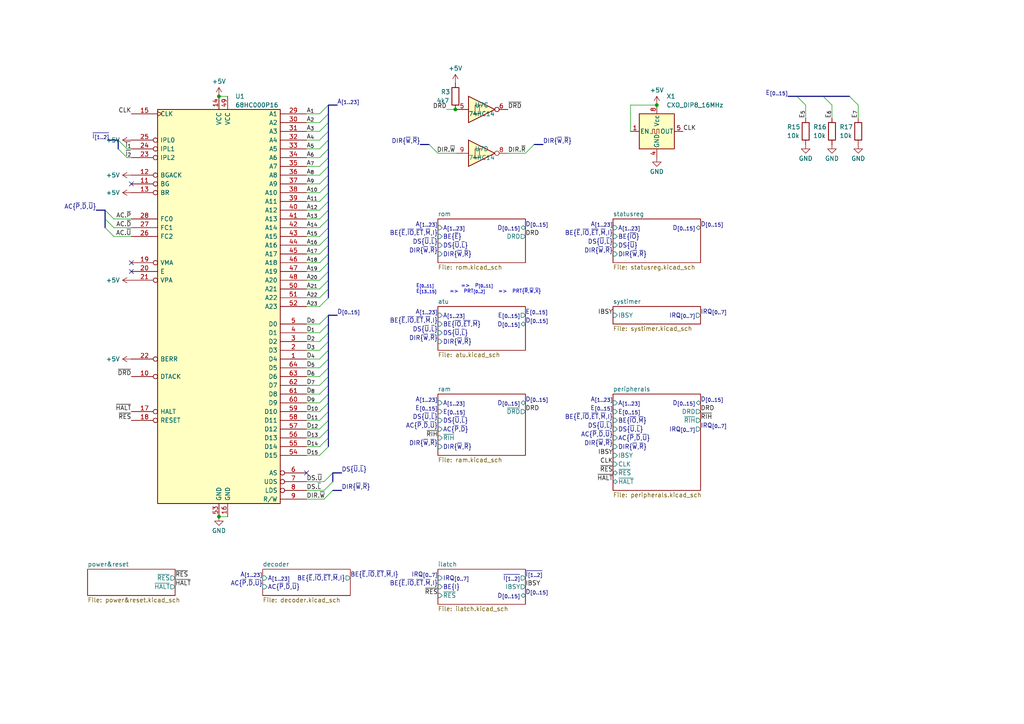
<source format=kicad_sch>
(kicad_sch (version 20250114) (generator "eeschema") (generator_version "9.0")
  (paper "A4")
  (lib_symbols
    (symbol "74xx:74HC14" (pin_names (offset 1.016))
      (property "Reference" "U" (at 0 1.27 0))
      (property "Value" "74HC14" (at 0 -1.27 0))
      (symbol "74HC14_1_0"
        (pin input line (at -7.62 0 0) (length 3.81) (name "~") (number "1"))
        (pin output inverted (at 7.62 0 180) (length 3.81) (name "~") (number "2"))
      )
      (symbol "74HC14_2_0"
        (pin input line (at -7.62 0 0) (length 3.81) (name "~") (number "3"))
        (pin output inverted (at 7.62 0 180) (length 3.81) (name "~") (number "4"))
      )
      (symbol "74HC14_3_0"
        (pin input line (at -7.62 0 0) (length 3.81) (name "~") (number "5"))
        (pin output inverted (at 7.62 0 180) (length 3.81) (name "~") (number "6"))
      )
      (symbol "74HC14_4_0"
        (pin input line (at -7.62 0 0) (length 3.81) (name "~") (number "9"))
        (pin output inverted (at 7.62 0 180) (length 3.81) (name "~") (number "8"))
      )
      (symbol "74HC14_5_0"
        (pin input line (at -7.62 0 0) (length 3.81) (name "~") (number "11"))
        (pin output inverted (at 7.62 0 180) (length 3.81) (name "~") (number "10"))
      )
      (symbol "74HC14_6_0"
        (pin input line (at -7.62 0 0) (length 3.81) (name "~") (number "13"))
        (pin output inverted (at 7.62 0 180) (length 3.81) (name "~") (number "12"))
      )
      (symbol "74HC14_7_0"
        (pin power_in line (at 0 12.7 270) (length 5.08) (name "VCC") (number "14"))
        (pin power_in line (at 0 -12.7 90) (length 5.08) (name "GND") (number "7"))
      )
    )
    (symbol "74xx:74LS05" (pin_names (offset 1.016))
      (property "Reference" "U" (at 0 1.27 0))
      (property "Value" "74LS05" (at 0 -1.27 0))
      (symbol "74LS05_1_0"
        (pin input line (at -7.62 0 0) (length 3.81) (name "~") (number "1"))
        (pin open_collector inverted (at 7.62 0 180) (length 3.81) (name "~") (number "2"))
      )
      (symbol "74LS05_2_0"
        (pin input line (at -7.62 0 0) (length 3.81) (name "~") (number "3"))
        (pin open_collector inverted (at 7.62 0 180) (length 3.81) (name "~") (number "4"))
      )
      (symbol "74LS05_3_0"
        (pin input line (at -7.62 0 0) (length 3.81) (name "~") (number "5"))
        (pin open_collector inverted (at 7.62 0 180) (length 3.81) (name "~") (number "6"))
      )
      (symbol "74LS05_4_0"
        (pin input line (at -7.62 0 0) (length 3.81) (name "~") (number "9"))
        (pin open_collector inverted (at 7.62 0 180) (length 3.81) (name "~") (number "8"))
      )
      (symbol "74LS05_5_0"
        (pin input line (at -7.62 0 0) (length 3.81) (name "~") (number "11"))
        (pin open_collector inverted (at 7.62 0 180) (length 3.81) (name "~") (number "10"))
      )
      (symbol "74LS05_6_0"
        (pin input line (at -7.62 0 0) (length 3.81) (name "~") (number "13"))
        (pin open_collector inverted (at 7.62 0 180) (length 3.81) (name "~") (number "12"))
      )
      (symbol "74LS05_7_0"
        (pin power_in line (at 0 12.7 270) (length 5.08) (name "VCC") (number "14"))
        (pin power_in line (at 0 -12.7 90) (length 5.08) (name "GND") (number "7"))
      )
    )
    (symbol "74xx:74LS08" (pin_names (offset 1.016))
      (property "Reference" "U" (at 0 1.27 0))
      (property "Value" "74LS08" (at 0 -1.27 0))
      (symbol "74LS08_1_1"
        (pin input line (at -7.62 2.54 0) (length 3.81) (name "~") (number "1"))
        (pin input line (at -7.62 -2.54 0) (length 3.81) (name "~") (number "2"))
        (pin output line (at 7.62 0 180) (length 3.81) (name "~") (number "3"))
      )
      (symbol "74LS08_1_2"
        (pin input inverted (at -7.62 2.54 0) (length 4.318) (name "~") (number "1"))
        (pin input inverted (at -7.62 -2.54 0) (length 4.318) (name "~") (number "2"))
        (pin output inverted (at 7.62 0 180) (length 3.81) (name "~") (number "3"))
      )
      (symbol "74LS08_2_1"
        (pin input line (at -7.62 2.54 0) (length 3.81) (name "~") (number "4"))
        (pin input line (at -7.62 -2.54 0) (length 3.81) (name "~") (number "5"))
        (pin output line (at 7.62 0 180) (length 3.81) (name "~") (number "6"))
      )
      (symbol "74LS08_2_2"
        (pin input inverted (at -7.62 2.54 0) (length 4.318) (name "~") (number "4"))
        (pin input inverted (at -7.62 -2.54 0) (length 4.318) (name "~") (number "5"))
        (pin output inverted (at 7.62 0 180) (length 3.81) (name "~") (number "6"))
      )
      (symbol "74LS08_3_1"
        (pin input line (at -7.62 2.54 0) (length 3.81) (name "~") (number "9"))
        (pin input line (at -7.62 -2.54 0) (length 3.81) (name "~") (number "10"))
        (pin output line (at 7.62 0 180) (length 3.81) (name "~") (number "8"))
      )
      (symbol "74LS08_3_2"
        (pin input inverted (at -7.62 2.54 0) (length 4.318) (name "~") (number "9"))
        (pin input inverted (at -7.62 -2.54 0) (length 4.318) (name "~") (number "10"))
        (pin output inverted (at 7.62 0 180) (length 3.81) (name "~") (number "8"))
      )
      (symbol "74LS08_4_1"
        (pin input line (at -7.62 2.54 0) (length 3.81) (name "~") (number "12"))
        (pin input line (at -7.62 -2.54 0) (length 3.81) (name "~") (number "13"))
        (pin output line (at 7.62 0 180) (length 3.81) (name "~") (number "11"))
      )
      (symbol "74LS08_4_2"
        (pin input inverted (at -7.62 2.54 0) (length 4.318) (name "~") (number "12"))
        (pin input inverted (at -7.62 -2.54 0) (length 4.318) (name "~") (number "13"))
        (pin output inverted (at 7.62 0 180) (length 3.81) (name "~") (number "11"))
      )
      (symbol "74LS08_5_0"
        (pin power_in line (at 0 12.7 270) (length 5.08) (name "VCC") (number "14"))
        (pin power_in line (at 0 -12.7 90) (length 5.08) (name "GND") (number "7"))
      )
    )
    (symbol "74xx:74LS32" (pin_names (offset 1.016))
      (property "Reference" "U" (at 0 1.27 0))
      (property "Value" "74LS32" (at 0 -1.27 0))
      (symbol "74LS32_1_1"
        (pin input line (at -7.62 2.54 0) (length 4.318) (name "~") (number "1"))
        (pin input line (at -7.62 -2.54 0) (length 4.318) (name "~") (number "2"))
        (pin output line (at 7.62 0 180) (length 3.81) (name "~") (number "3"))
      )
      (symbol "74LS32_1_2"
        (pin input inverted (at -7.62 2.54 0) (length 3.81) (name "~") (number "1"))
        (pin input inverted (at -7.62 -2.54 0) (length 3.81) (name "~") (number "2"))
        (pin output inverted (at 7.62 0 180) (length 3.81) (name "~") (number "3"))
      )
      (symbol "74LS32_2_1"
        (pin input line (at -7.62 2.54 0) (length 4.318) (name "~") (number "4"))
        (pin input line (at -7.62 -2.54 0) (length 4.318) (name "~") (number "5"))
        (pin output line (at 7.62 0 180) (length 3.81) (name "~") (number "6"))
      )
      (symbol "74LS32_2_2"
        (pin input inverted (at -7.62 2.54 0) (length 3.81) (name "~") (number "4"))
        (pin input inverted (at -7.62 -2.54 0) (length 3.81) (name "~") (number "5"))
        (pin output inverted (at 7.62 0 180) (length 3.81) (name "~") (number "6"))
      )
      (symbol "74LS32_3_1"
        (pin input line (at -7.62 2.54 0) (length 4.318) (name "~") (number "9"))
        (pin input line (at -7.62 -2.54 0) (length 4.318) (name "~") (number "10"))
        (pin output line (at 7.62 0 180) (length 3.81) (name "~") (number "8"))
      )
      (symbol "74LS32_3_2"
        (pin input inverted (at -7.62 2.54 0) (length 3.81) (name "~") (number "9"))
        (pin input inverted (at -7.62 -2.54 0) (length 3.81) (name "~") (number "10"))
        (pin output inverted (at 7.62 0 180) (length 3.81) (name "~") (number "8"))
      )
      (symbol "74LS32_4_1"
        (pin input line (at -7.62 2.54 0) (length 4.318) (name "~") (number "12"))
        (pin input line (at -7.62 -2.54 0) (length 4.318) (name "~") (number "13"))
        (pin output line (at 7.62 0 180) (length 3.81) (name "~") (number "11"))
      )
      (symbol "74LS32_4_2"
        (pin input inverted (at -7.62 2.54 0) (length 3.81) (name "~") (number "12"))
        (pin input inverted (at -7.62 -2.54 0) (length 3.81) (name "~") (number "13"))
        (pin output inverted (at 7.62 0 180) (length 3.81) (name "~") (number "11"))
      )
      (symbol "74LS32_5_0"
        (pin power_in line (at 0 12.7 270) (length 5.08) (name "VCC") (number "14"))
        (pin power_in line (at 0 -12.7 90) (length 5.08) (name "GND") (number "7"))
      )
    )
    (symbol "CPU_NXP_68000:68000D" (pin_names (offset 0.762))
      (property "Reference" "U" (at 0 2.54 0))
      (property "Value" "68000D" (at 0 -3.81 0))
      (symbol "68000D_1_1"
        (pin input clock (at -25.4 55.88 0) (length 7.62) (name "CLK") (number "15"))
        (pin input inverted (at -25.4 48.26 0) (length 7.62) (name "IPL0") (number "25"))
        (pin input inverted (at -25.4 45.72 0) (length 7.62) (name "IPL1") (number "24"))
        (pin input inverted (at -25.4 43.18 0) (length 7.62) (name "IPL2") (number "23"))
        (pin input inverted (at -25.4 38.1 0) (length 7.62) (name "BGACK") (number "12"))
        (pin output inverted (at -25.4 35.56 0) (length 7.62) (name "BG") (number "11"))
        (pin input inverted (at -25.4 33.02 0) (length 7.62) (name "BR") (number "13"))
        (pin output line (at -25.4 25.4 0) (length 7.62) (name "FC0") (number "28"))
        (pin output line (at -25.4 22.86 0) (length 7.62) (name "FC1") (number "27"))
        (pin output line (at -25.4 20.32 0) (length 7.62) (name "FC2") (number "26"))
        (pin output inverted (at -25.4 12.7 0) (length 7.62) (name "VMA") (number "19"))
        (pin output line (at -25.4 10.16 0) (length 7.62) (name "E") (number "20"))
        (pin input inverted (at -25.4 7.62 0) (length 7.62) (name "VPA") (number "21"))
        (pin input inverted (at -25.4 -15.24 0) (length 7.62) (name "BERR") (number "22"))
        (pin input inverted (at -25.4 -20.32 0) (length 7.62) (name "DTACK") (number "10"))
        (pin bidirectional inverted (at -25.4 -30.48 0) (length 7.62) (name "HALT") (number "17"))
        (pin bidirectional inverted (at -25.4 -33.02 0) (length 7.62) (name "RESET") (number "18"))
        (pin power_in line (at 0 60.96 270) (length 3.81) (name "VCC") (number "14"))
        (pin power_in line (at 0 -60.96 90) (length 3.81) (name "GND") (number "53"))
        (pin power_in line (at 2.54 60.96 270) (length 3.81) (name "VCC") (number "49"))
        (pin power_in line (at 2.54 -60.96 90) (length 3.81) (name "GND") (number "16"))
        (pin output line (at 25.4 55.88 180) (length 7.62) (name "A1") (number "29"))
        (pin output line (at 25.4 53.34 180) (length 7.62) (name "A2") (number "30"))
        (pin output line (at 25.4 50.8 180) (length 7.62) (name "A3") (number "31"))
        (pin output line (at 25.4 48.26 180) (length 7.62) (name "A4") (number "32"))
        (pin output line (at 25.4 45.72 180) (length 7.62) (name "A5") (number "33"))
        (pin output line (at 25.4 43.18 180) (length 7.62) (name "A6") (number "34"))
        (pin output line (at 25.4 40.64 180) (length 7.62) (name "A7") (number "35"))
        (pin output line (at 25.4 38.1 180) (length 7.62) (name "A8") (number "36"))
        (pin output line (at 25.4 35.56 180) (length 7.62) (name "A9") (number "37"))
        (pin output line (at 25.4 33.02 180) (length 7.62) (name "A10") (number "38"))
        (pin output line (at 25.4 30.48 180) (length 7.62) (name "A11") (number "39"))
        (pin output line (at 25.4 27.94 180) (length 7.62) (name "A12") (number "40"))
        (pin output line (at 25.4 25.4 180) (length 7.62) (name "A13") (number "41"))
        (pin output line (at 25.4 22.86 180) (length 7.62) (name "A14") (number "42"))
        (pin output line (at 25.4 20.32 180) (length 7.62) (name "A15") (number "43"))
        (pin output line (at 25.4 17.78 180) (length 7.62) (name "A16") (number "44"))
        (pin output line (at 25.4 15.24 180) (length 7.62) (name "A17") (number "45"))
        (pin output line (at 25.4 12.7 180) (length 7.62) (name "A18") (number "46"))
        (pin output line (at 25.4 10.16 180) (length 7.62) (name "A19") (number "47"))
        (pin output line (at 25.4 7.62 180) (length 7.62) (name "A20") (number "48"))
        (pin output line (at 25.4 5.08 180) (length 7.62) (name "A21") (number "50"))
        (pin output line (at 25.4 2.54 180) (length 7.62) (name "A22") (number "51"))
        (pin output line (at 25.4 0 180) (length 7.62) (name "A23") (number "52"))
        (pin bidirectional line (at 25.4 -5.08 180) (length 7.62) (name "D0") (number "5"))
        (pin bidirectional line (at 25.4 -7.62 180) (length 7.62) (name "D1") (number "4"))
        (pin bidirectional line (at 25.4 -10.16 180) (length 7.62) (name "D2") (number "3"))
        (pin bidirectional line (at 25.4 -12.7 180) (length 7.62) (name "D3") (number "2"))
        (pin bidirectional line (at 25.4 -15.24 180) (length 7.62) (name "D4") (number "1"))
        (pin bidirectional line (at 25.4 -17.78 180) (length 7.62) (name "D5") (number "64"))
        (pin bidirectional line (at 25.4 -20.32 180) (length 7.62) (name "D6") (number "63"))
        (pin bidirectional line (at 25.4 -22.86 180) (length 7.62) (name "D7") (number "62"))
        (pin bidirectional line (at 25.4 -25.4 180) (length 7.62) (name "D8") (number "61"))
        (pin bidirectional line (at 25.4 -27.94 180) (length 7.62) (name "D9") (number "60"))
        (pin bidirectional line (at 25.4 -30.48 180) (length 7.62) (name "D10") (number "59"))
        (pin bidirectional line (at 25.4 -33.02 180) (length 7.62) (name "D11") (number "58"))
        (pin bidirectional line (at 25.4 -35.56 180) (length 7.62) (name "D12") (number "57"))
        (pin bidirectional line (at 25.4 -38.1 180) (length 7.62) (name "D13") (number "56"))
        (pin bidirectional line (at 25.4 -40.64 180) (length 7.62) (name "D14") (number "55"))
        (pin bidirectional line (at 25.4 -43.18 180) (length 7.62) (name "D15") (number "54"))
        (pin output inverted (at 25.4 -48.26 180) (length 7.62) (name "AS") (number "6"))
        (pin output inverted (at 25.4 -50.8 180) (length 7.62) (name "UDS") (number "7"))
        (pin output inverted (at 25.4 -53.34 180) (length 7.62) (name "LDS") (number "8"))
        (pin output line (at 25.4 -55.88 180) (length 7.62) (name "R/W") (number "9"))
      )
    )
    (symbol "Device:R" (pin_numbers (hide yes)) (pin_names (offset 0))
      (property "Reference" "R" (at 2.032 0 90))
      (property "Value" "R" (at 0 0 90))
      (symbol "R_1_1"
        (pin passive line (at 0 3.81 270) (length 1.27) (name "~") (number "1"))
        (pin passive line (at 0 -3.81 90) (length 1.27) (name "~") (number "2"))
      )
    )
    (symbol "Oscillator:CXO_DIP8" (pin_names (offset 0.254))
      (property "Reference" "X" (at -5.08 6.35 0))
      (property "Value" "CXO_DIP8" (at 1.27 -6.35 0))
      (symbol "CXO_DIP8_1_1"
        (pin input line (at -7.62 0 0) (length 2.54) (name "EN") (number "1"))
        (pin power_in line (at 0 7.62 270) (length 2.54) (name "Vcc") (number "8"))
        (pin power_in line (at 0 -7.62 90) (length 2.54) (name "GND") (number "4"))
        (pin output line (at 7.62 0 180) (length 2.54) (name "OUT") (number "5"))
      )
    )
    (symbol "power:+9V" (power) (pin_numbers (hide yes)) (pin_names (offset 0) (hide yes))
      (property "Value" "+9V" (at 0 3.556 0))
      (symbol "+9V_1_1"
        (pin power_in line (at 0 0 90) (length 0) (name "~") (number "1"))
      )
    )
    (symbol "power:GND" (power) (pin_numbers (hide yes)) (pin_names (offset 0) (hide yes))
      (property "Value" "GND" (at 0 -3.81 0))
      (symbol "GND_1_1"
        (pin power_in line (at 0 0 270) (length 0) (name "~") (number "1"))
      )
    )
  )
  (text "E_{[0..11]}		=>	P_{[0..11]}\nE_{[13..15]}	=>	PRT_{[0..2]}	=>	PRT{~{R},~{W},~{X}}" (at 120.65 83.82 0) (effects (font (size 1.016 1.016)) (justify left)))
  (junction (at 63.5 149.86))
  (junction (at 63.5 27.94))
  (junction (at 322.58 76.2))
  (junction (at 132.08 31.75))
  (junction (at 190.5 30.48))
  (junction (at 322.58 83.82))
  (no_connect (at 88.9 137.16))
  (no_connect (at 337.82 83.82))
  (no_connect (at 38.1 78.74))
  (no_connect (at 38.1 76.2))
  (no_connect (at 337.82 76.2))
  (no_connect (at 38.1 53.34))
  (no_connect (at 337.82 91.44))
  (no_connect (at 337.82 63.5))
  (bus_entry (at 92.71 35.56) (size 2.54 -2.54))
  (bus_entry (at 92.71 78.74) (size 2.54 -2.54))
  (bus_entry (at 92.71 124.46) (size 2.54 -2.54))
  (bus_entry (at 92.71 101.6) (size 2.54 -2.54))
  (bus_entry (at 92.71 33.02) (size 2.54 -2.54))
  (bus_entry (at 92.71 60.96) (size 2.54 -2.54))
  (bus_entry (at 92.71 96.52) (size 2.54 -2.54))
  (bus_entry (at 34.29 43.18) (size 2.54 2.54))
  (bus_entry (at 96.52 137.16) (size -2.54 2.54))
  (bus_entry (at 92.71 48.26) (size 2.54 -2.54))
  (bus_entry (at 92.71 71.12) (size 2.54 -2.54))
  (bus_entry (at 92.71 63.5) (size 2.54 -2.54))
  (bus_entry (at 92.71 38.1) (size 2.54 -2.54))
  (bus_entry (at 92.71 40.64) (size 2.54 -2.54))
  (bus_entry (at 92.71 109.22) (size 2.54 -2.54))
  (bus_entry (at 92.71 88.9) (size 2.54 -2.54))
  (bus_entry (at 92.71 111.76) (size 2.54 -2.54))
  (bus_entry (at 233.68 30.48) (size -2.54 -2.54))
  (bus_entry (at 92.71 121.92) (size 2.54 -2.54))
  (bus_entry (at 154.94 41.91) (size -2.54 2.54))
  (bus_entry (at 124.46 41.91) (size 2.54 2.54))
  (bus_entry (at 241.3 30.48) (size -2.54 -2.54))
  (bus_entry (at 92.71 43.18) (size 2.54 -2.54))
  (bus_entry (at 92.71 73.66) (size 2.54 -2.54))
  (bus_entry (at 92.71 50.8) (size 2.54 -2.54))
  (bus_entry (at 96.52 142.24) (size -2.54 2.54))
  (bus_entry (at 92.71 104.14) (size 2.54 -2.54))
  (bus_entry (at 92.71 58.42) (size 2.54 -2.54))
  (bus_entry (at 92.71 99.06) (size 2.54 -2.54))
  (bus_entry (at 92.71 129.54) (size 2.54 -2.54))
  (bus_entry (at 30.48 66.04) (size 2.54 2.54))
  (bus_entry (at 92.71 93.98) (size 2.54 -2.54))
  (bus_entry (at 96.52 139.7) (size -2.54 2.54))
  (bus_entry (at 92.71 45.72) (size 2.54 -2.54))
  (bus_entry (at 92.71 106.68) (size 2.54 -2.54))
  (bus_entry (at 92.71 66.04) (size 2.54 -2.54))
  (bus_entry (at 92.71 132.08) (size 2.54 -2.54))
  (bus_entry (at 92.71 76.2) (size 2.54 -2.54))
  (bus_entry (at 30.48 63.5) (size 2.54 2.54))
  (bus_entry (at 92.71 68.58) (size 2.54 -2.54))
  (bus_entry (at 92.71 114.3) (size 2.54 -2.54))
  (bus_entry (at 92.71 55.88) (size 2.54 -2.54))
  (bus_entry (at 92.71 116.84) (size 2.54 -2.54))
  (bus_entry (at 92.71 127) (size 2.54 -2.54))
  (bus_entry (at 92.71 86.36) (size 2.54 -2.54))
  (bus_entry (at 30.48 60.96) (size 2.54 2.54))
  (bus_entry (at 92.71 81.28) (size 2.54 -2.54))
  (bus_entry (at 34.29 40.64) (size 2.54 2.54))
  (bus_entry (at 92.71 53.34) (size 2.54 -2.54))
  (bus_entry (at 248.92 30.48) (size -2.54 -2.54))
  (bus_entry (at 92.71 83.82) (size 2.54 -2.54))
  (bus_entry (at 92.71 119.38) (size 2.54 -2.54))
  (bus (pts (xy 95.25 45.72) (xy 95.25 43.18)))
  (wire (pts (xy 233.68 30.48) (xy 233.68 34.29)))
  (bus (pts (xy 95.25 35.56) (xy 95.25 33.02)))
  (bus (pts (xy 95.25 99.06) (xy 95.25 96.52)))
  (bus (pts (xy 95.25 93.98) (xy 95.25 91.44)))
  (wire (pts (xy 88.9 96.52) (xy 92.71 96.52)))
  (wire (pts (xy 127 44.45) (xy 132.08 44.45)))
  (wire (pts (xy 93.98 144.78) (xy 88.9 144.78)))
  (wire (pts (xy 182.88 30.48) (xy 182.88 38.1)))
  (wire (pts (xy 88.9 86.36) (xy 92.71 86.36)))
  (wire (pts (xy 129.54 31.75) (xy 132.08 31.75)))
  (bus (pts (xy 95.25 48.26) (xy 95.25 45.72)))
  (wire (pts (xy 88.9 43.18) (xy 92.71 43.18)))
  (bus (pts (xy 95.25 53.34) (xy 95.25 50.8)))
  (wire (pts (xy 88.9 83.82) (xy 92.71 83.82)))
  (wire (pts (xy 88.9 68.58) (xy 92.71 68.58)))
  (bus (pts (xy 238.76 27.94) (xy 246.38 27.94)))
  (bus (pts (xy 95.25 38.1) (xy 95.25 35.56)))
  (wire (pts (xy 88.9 106.68) (xy 92.71 106.68)))
  (bus (pts (xy 95.25 50.8) (xy 95.25 48.26)))
  (wire (pts (xy 88.9 121.92) (xy 92.71 121.92)))
  (bus (pts (xy 95.25 73.66) (xy 95.25 71.12)))
  (wire (pts (xy 88.9 109.22) (xy 92.71 109.22)))
  (wire (pts (xy 88.9 88.9) (xy 92.71 88.9)))
  (bus (pts (xy 95.25 68.58) (xy 95.25 66.04)))
  (bus (pts (xy 95.25 111.76) (xy 95.25 109.22)))
  (bus (pts (xy 95.25 78.74) (xy 95.25 81.28)))
  (wire (pts (xy 88.9 71.12) (xy 92.71 71.12)))
  (wire (pts (xy 88.9 50.8) (xy 92.71 50.8)))
  (wire (pts (xy 88.9 116.84) (xy 92.71 116.84)))
  (bus (pts (xy 95.25 81.28) (xy 95.25 83.82)))
  (bus (pts (xy 30.48 63.5) (xy 30.48 60.96)))
  (wire (pts (xy 88.9 55.88) (xy 92.71 55.88)))
  (wire (pts (xy 88.9 53.34) (xy 92.71 53.34)))
  (wire (pts (xy 88.9 93.98) (xy 92.71 93.98)))
  (bus (pts (xy 95.25 33.02) (xy 95.25 30.48)))
  (wire (pts (xy 88.9 40.64) (xy 92.71 40.64)))
  (bus (pts (xy 95.25 129.54) (xy 95.25 127)))
  (bus (pts (xy 95.25 40.64) (xy 95.25 38.1)))
  (wire (pts (xy 88.9 104.14) (xy 92.71 104.14)))
  (wire (pts (xy 88.9 81.28) (xy 92.71 81.28)))
  (bus (pts (xy 231.14 27.94) (xy 238.76 27.94)))
  (wire (pts (xy 88.9 101.6) (xy 92.71 101.6)))
  (wire (pts (xy 88.9 63.5) (xy 92.71 63.5)))
  (bus (pts (xy 99.06 142.24) (xy 96.52 142.24)))
  (bus (pts (xy 95.25 66.04) (xy 95.25 63.5)))
  (wire (pts (xy 88.9 38.1) (xy 92.71 38.1)))
  (wire (pts (xy 33.02 66.04) (xy 38.1 66.04)))
  (bus (pts (xy 95.25 96.52) (xy 95.25 93.98)))
  (bus (pts (xy 95.25 101.6) (xy 95.25 99.06)))
  (bus (pts (xy 95.25 55.88) (xy 95.25 53.34)))
  (bus (pts (xy 95.25 109.22) (xy 95.25 106.68)))
  (wire (pts (xy 88.9 66.04) (xy 92.71 66.04)))
  (bus (pts (xy 121.92 41.91) (xy 124.46 41.91)))
  (wire (pts (xy 88.9 114.3) (xy 92.71 114.3)))
  (bus (pts (xy 95.25 76.2) (xy 95.25 73.66)))
  (wire (pts (xy 88.9 60.96) (xy 92.71 60.96)))
  (wire (pts (xy 88.9 132.08) (xy 92.71 132.08)))
  (bus (pts (xy 96.52 139.7) (xy 96.52 137.16)))
  (bus (pts (xy 95.25 119.38) (xy 95.25 116.84)))
  (wire (pts (xy 93.98 142.24) (xy 88.9 142.24)))
  (bus (pts (xy 95.25 76.2) (xy 95.25 78.74)))
  (wire (pts (xy 33.02 68.58) (xy 38.1 68.58)))
  (wire (pts (xy 241.3 30.48) (xy 241.3 34.29)))
  (wire (pts (xy 248.92 30.48) (xy 248.92 34.29)))
  (bus (pts (xy 95.25 121.92) (xy 95.25 119.38)))
  (wire (pts (xy 190.5 30.48) (xy 182.88 30.48)))
  (bus (pts (xy 95.25 30.48) (xy 97.79 30.48)))
  (bus (pts (xy 95.25 116.84) (xy 95.25 114.3)))
  (bus (pts (xy 95.25 58.42) (xy 95.25 55.88)))
  (wire (pts (xy 36.83 43.18) (xy 38.1 43.18)))
  (wire (pts (xy 88.9 111.76) (xy 92.71 111.76)))
  (wire (pts (xy 88.9 78.74) (xy 92.71 78.74)))
  (wire (pts (xy 88.9 48.26) (xy 92.71 48.26)))
  (bus (pts (xy 95.25 91.44) (xy 97.79 91.44)))
  (bus (pts (xy 95.25 114.3) (xy 95.25 111.76)))
  (bus (pts (xy 95.25 124.46) (xy 95.25 121.92)))
  (wire (pts (xy 63.5 27.94) (xy 66.04 27.94)))
  (wire (pts (xy 88.9 73.66) (xy 92.71 73.66)))
  (bus (pts (xy 99.06 137.16) (xy 96.52 137.16)))
  (bus (pts (xy 228.6 27.94) (xy 231.14 27.94)))
  (wire (pts (xy 322.58 76.2) (xy 322.58 83.82)))
  (bus (pts (xy 95.25 83.82) (xy 95.25 86.36)))
  (wire (pts (xy 88.9 124.46) (xy 92.71 124.46)))
  (wire (pts (xy 88.9 99.06) (xy 92.71 99.06)))
  (wire (pts (xy 322.58 83.82) (xy 322.58 91.44)))
  (wire (pts (xy 88.9 129.54) (xy 92.71 129.54)))
  (wire (pts (xy 93.98 139.7) (xy 88.9 139.7)))
  (wire (pts (xy 88.9 35.56) (xy 92.71 35.56)))
  (wire (pts (xy 88.9 119.38) (xy 92.71 119.38)))
  (wire (pts (xy 33.02 63.5) (xy 38.1 63.5)))
  (wire (pts (xy 152.4 44.45) (xy 147.32 44.45)))
  (bus (pts (xy 34.29 40.64) (xy 34.29 43.18)))
  (bus (pts (xy 95.25 43.18) (xy 95.25 40.64)))
  (wire (pts (xy 88.9 127) (xy 92.71 127)))
  (wire (pts (xy 36.83 45.72) (xy 38.1 45.72)))
  (bus (pts (xy 95.25 60.96) (xy 95.25 58.42)))
  (bus (pts (xy 157.48 41.91) (xy 154.94 41.91)))
  (wire (pts (xy 63.5 149.86) (xy 66.04 149.86)))
  (bus (pts (xy 95.25 63.5) (xy 95.25 60.96)))
  (bus (pts (xy 30.48 63.5) (xy 30.48 66.04)))
  (wire (pts (xy 88.9 76.2) (xy 92.71 76.2)))
  (bus (pts (xy 95.25 127) (xy 95.25 124.46)))
  (bus (pts (xy 31.75 40.64) (xy 34.29 40.64)))
  (bus (pts (xy 27.94 60.96) (xy 30.48 60.96)))
  (wire (pts (xy 88.9 58.42) (xy 92.71 58.42)))
  (bus (pts (xy 95.25 104.14) (xy 95.25 101.6)))
  (wire (pts (xy 88.9 45.72) (xy 92.71 45.72)))
  (wire (pts (xy 88.9 33.02) (xy 92.71 33.02)))
  (bus (pts (xy 95.25 71.12) (xy 95.25 68.58)))
  (bus (pts (xy 95.25 106.68) (xy 95.25 104.14)))
  (label "D_{6}" (at 88.9 109.22 0))
  (label "~{RES}" (at 50.8 167.64 0))
  (label "A_{14}" (at 88.9 66.04 0))
  (label "D_{10}" (at 88.9 119.38 0))
  (label "A_{22}" (at 88.9 86.36 0))
  (label "BE{~{E},~{IO},~{ET},~{M},I}" (at 177.8 68.58 180))
  (label "DIR{~{W},~{R}}" (at 157.48 41.91 0))
  (label "DIR{~{W},~{R}}" (at 177.8 129.54 180))
  (label "DIR.~{W}" (at 132.08 44.45 180))
  (label "DIR{~{W},~{R}}" (at 99.06 142.24 0))
  (label "CLK" (at 38.1 33.02 180))
  (label "~{HALT}" (at 38.1 119.38 180))
  (label "E_{7}" (at 248.92 34.29 90))
  (label "A_{5}" (at 88.9 43.18 0))
  (label "CLK" (at 198.12 38.1 0))
  (label "D_{12}" (at 88.9 124.46 0))
  (label "DIR.~{R}" (at 147.32 44.45 0))
  (label "AC{~{P},~{D},~{U}}" (at 27.94 60.96 180))
  (label "D_{[0..15]}" (at 97.79 91.44 0))
  (label "D_{15}" (at 88.9 132.08 0))
  (label "D_{[0..15]}" (at 152.4 66.04 0))
  (label "E_{[0..15]}" (at 177.8 119.38 180))
  (label "D_{[0..15]}" (at 203.2 66.04 0))
  (label "D_{[0..15]}" (at 203.2 116.84 0))
  (label "A_{21}" (at 88.9 83.82 0))
  (label "~{HALT}" (at 50.8 170.18 0))
  (label "IRQ_{[0..7]}" (at 203.2 91.44 0))
  (label "AC{~{P},~{D},~{U}}" (at 127 124.46 180))
  (label "A_{6}" (at 88.9 45.72 0))
  (label "~{I_{1}}" (at 38.1 43.18 180))
  (label "D_{8}" (at 88.9 114.3 0))
  (label "AC.~{D}" (at 38.1 66.04 180))
  (label "BE{~{E},~{IO},~{ET},~{M},I}" (at 127 170.18 180))
  (label "A_{15}" (at 88.9 68.58 0))
  (label "A_{1}" (at 88.9 33.02 0))
  (label "A_{[1..23]}" (at 127 66.04 180))
  (label "DRD" (at 129.54 31.75 180))
  (label "A_{[1..23]}" (at 177.8 66.04 180))
  (label "A_{4}" (at 88.9 40.64 0))
  (label "AC.~{U}" (at 38.1 68.58 180))
  (label "A_{18}" (at 88.9 76.2 0))
  (label "DIR.~{W}" (at 88.9 144.78 0))
  (label "A_{11}" (at 88.9 58.42 0))
  (label "IBSY" (at 177.8 132.08 180))
  (label "E_{5}" (at 233.68 34.29 90))
  (label "A_{16}" (at 88.9 71.12 0))
  (label "A_{19}" (at 88.9 78.74 0))
  (label "BE{~{E},~{IO},~{ET},~{M},I}" (at 127 68.58 180))
  (label "E_{[0..15]}" (at 228.6 27.94 180))
  (label "AC.~{P}" (at 38.1 63.5 180))
  (label "~{I_{[1..2]}}" (at 31.75 40.64 180))
  (label "DS{~{U},~{L}}" (at 127 96.52 180))
  (label "~{RES}" (at 38.1 121.92 180))
  (label "A_{17}" (at 88.9 73.66 0))
  (label "~{DRD}" (at 147.32 31.75 0))
  (label "D_{13}" (at 88.9 127 0))
  (label "D_{1}" (at 88.9 96.52 0))
  (label "D_{5}" (at 88.9 106.68 0))
  (label "BE{~{E},~{IO},~{ET},~{M},I}" (at 127 93.98 180))
  (label "CLK" (at 177.8 134.62 180))
  (label "D_{2}" (at 88.9 99.06 0))
  (label "D_{[0..15]}" (at 152.4 172.72 0))
  (label "A_{2}" (at 88.9 35.56 0))
  (label "DIR{~{W},~{R}}" (at 177.8 73.66 180))
  (label "IBSY" (at 152.4 170.18 0))
  (label "DS{~{U},~{L}}" (at 177.8 71.12 180))
  (label "DS{~{U},~{L}}" (at 127 121.92 180))
  (label "DIR{~{W},~{R}}" (at 121.92 41.91 180))
  (label "AC{~{P},~{D},~{U}}" (at 76.2 170.18 180))
  (label "IRQ_{[0..7]}" (at 127 167.64 180))
  (label "A_{8}" (at 88.9 50.8 0))
  (label "A_{20}" (at 88.9 81.28 0))
  (label "DIR{~{W},~{R}}" (at 127 99.06 180))
  (label "DS{~{U},~{L}}" (at 127 71.12 180))
  (label "A_{[1..23]}" (at 97.79 30.48 0))
  (label "A_{[1..23]}" (at 177.8 116.84 180))
  (label "A_{12}" (at 88.9 60.96 0))
  (label "A_{13}" (at 88.9 63.5 0))
  (label "~{RIH}" (at 127 127 180))
  (label "E_{[0..15]}" (at 152.4 91.44 0))
  (label "AC{~{P},~{D},~{U}}" (at 177.8 127 180))
  (label "D_{0}" (at 88.9 93.98 0))
  (label "D_{7}" (at 88.9 111.76 0))
  (label "D_{11}" (at 88.9 121.92 0))
  (label "IRQ_{[0..7]}" (at 203.2 124.46 0))
  (label "DS.~{U}" (at 88.9 139.7 0))
  (label "A_{[1..23]}" (at 76.2 167.64 180))
  (label "A_{[1..23]}" (at 127 116.84 180))
  (label "D_{[0..15]}" (at 152.4 93.98 0))
  (label "~{HALT}" (at 177.8 139.7 180))
  (label "A_{9}" (at 88.9 53.34 0))
  (label "DIR{~{W},~{R}}" (at 127 129.54 180))
  (label "~{RES}" (at 177.8 137.16 180))
  (label "D_{4}" (at 88.9 104.14 0))
  (label "~{I_{[1..2]}}" (at 152.4 167.64 0))
  (label "~{DRD}" (at 38.1 109.22 180))
  (label "D_{[0..15]}" (at 152.4 116.84 0))
  (label "DRD" (at 152.4 68.58 0))
  (label "DIR{~{W},~{R}}" (at 127 73.66 180))
  (label "~{RIH}" (at 203.2 121.92 0))
  (label "IBSY" (at 177.8 91.44 180))
  (label "BE{~{E},~{IO},~{ET},~{M},I}" (at 101.6 167.64 0))
  (label "E_{6}" (at 241.3 34.29 90))
  (label "D_{3}" (at 88.9 101.6 0))
  (label "DS{~{U},~{L}}" (at 99.06 137.16 0))
  (label "BE{~{E},~{IO},~{ET},~{M},I}" (at 177.8 121.92 180))
  (label "A_{7}" (at 88.9 48.26 0))
  (label "DRD" (at 203.2 119.38 0))
  (label "DS{~{U},~{L}}" (at 177.8 124.46 180))
  (label "DS.~{L}" (at 88.9 142.24 0))
  (label "A_{10}" (at 88.9 55.88 0))
  (label "D_{14}" (at 88.9 129.54 0))
  (label "~{RES}" (at 127 172.72 180))
  (label "~{I_{2}}" (at 38.1 45.72 180))
  (label "D_{9}" (at 88.9 116.84 0))
  (label "A_{3}" (at 88.9 38.1 0))
  (label "A_{[1..23]}" (at 127 91.44 180))
  (label "E_{[0..15]}" (at 127 119.38 180))
  (label "DRD" (at 152.4 119.38 0))
  (label "A_{23}" (at 88.9 88.9 0))
  (symbol (lib_id "power:GND") (at 342.9 30.48 90) (mirror x) (unit 1)
    (property "Reference" "#PWR024" (effects (hide yes)))
    (property "Value" "GND" (at 345.948 30.48 90) (effects (justify right)))
    (property "Description" "Power symbol creates a global label with name \"GND\" , ground" (effects (hide yes)))
  )
  (symbol (lib_id "power:+9V") (at 38.1 55.88 90) (mirror x) (unit 1)
    (property "Reference" "#PWR04" (effects (hide yes)))
    (property "Value" "+5V" (at 34.798 55.88 90) (effects (justify left)))
    (property "Description" "Power symbol creates a global label with name \"+9V\"" (effects (hide yes)))
  )
  (symbol (lib_id "power:GND") (at 342.9 20.32 90) (mirror x) (unit 1)
    (property "Reference" "#PWR070" (effects (hide yes)))
    (property "Value" "GND" (at 345.948 20.32 90) (effects (justify right)))
    (property "Description" "Power symbol creates a global label with name \"GND\" , ground" (effects (hide yes)))
  )
  (symbol (lib_id "74xx:74HC14") (at 330.2 63.5 0) (unit 6)
    (property "Reference" "U7" (at 330.2 62.23 0))
    (property "Value" "74HC14" (at 330.2 64.77 0))
    (property "Footprint" "Package_DIP:DIP-14_W7.62mm" (effects (hide yes)))
    (property "Datasheet" "http://www.ti.com/lit/gpn/sn74HC14" (effects (hide yes)))
    (property "Description" "Hex inverter schmitt trigger" (effects (hide yes)))
  )
  (symbol (lib_id "power:+9V") (at 38.1 50.8 90) (mirror x) (unit 1)
    (property "Reference" "#PWR03" (effects (hide yes)))
    (property "Value" "+5V" (at 34.798 50.8 90) (effects (justify left)))
    (property "Description" "Power symbol creates a global label with name \"+9V\"" (effects (hide yes)))
  )
  (symbol (lib_id "power:GND") (at 342.9 40.64 90) (mirror x) (unit 1)
    (property "Reference" "#PWR079" (effects (hide yes)))
    (property "Value" "GND" (at 345.948 40.64 90) (effects (justify right)))
    (property "Description" "Power symbol creates a global label with name \"GND\" , ground" (effects (hide yes)))
  )
  (symbol (lib_id "power:+9V") (at 38.1 104.14 90) (mirror x) (unit 1)
    (property "Reference" "#PWR06" (effects (hide yes)))
    (property "Value" "+5V" (at 34.798 104.14 90) (effects (justify left)))
    (property "Description" "Power symbol creates a global label with name \"+9V\"" (effects (hide yes)))
  )
  (symbol (lib_id "power:GND") (at 322.58 76.2 270) (unit 1)
    (property "Reference" "#PWR0222" (effects (hide yes)))
    (property "Value" "GND" (at 319.532 76.2 90) (effects (justify right)))
    (property "Description" "Power symbol creates a global label with name \"GND\" , ground" (effects (hide yes)))
  )
  (symbol (lib_id "power:+9V") (at 317.5 10.16 90) (mirror x) (unit 1)
    (property "Reference" "#PWR067" (effects (hide yes)))
    (property "Value" "+5V" (at 314.198 10.16 90) (effects (justify left)))
    (property "Description" "Power symbol creates a global label with name \"+9V\"" (effects (hide yes)))
  )
  (symbol (lib_id "power:+9V") (at 190.5 30.48 0) (unit 1)
    (property "Reference" "#PWR08" (effects (hide yes)))
    (property "Value" "+5V" (at 190.5 26.162 0))
    (property "Description" "Power symbol creates a global label with name \"+9V\"" (effects (hide yes)))
  )
  (symbol (lib_id "power:+9V") (at 317.5 20.32 90) (mirror x) (unit 1)
    (property "Reference" "#PWR069" (effects (hide yes)))
    (property "Value" "+5V" (at 314.198 20.32 90) (effects (justify left)))
    (property "Description" "Power symbol creates a global label with name \"+9V\"" (effects (hide yes)))
  )
  (symbol (lib_id "74xx:74LS05") (at 330.2 83.82 0) (unit 5)
    (property "Reference" "U8" (at 330.2 82.296 0))
    (property "Value" "74HC05" (at 330.2 84.836 0))
    (property "Footprint" "Package_DIP:DIP-14_W7.62mm" (effects (hide yes)))
    (property "Datasheet" "http://www.ti.com/lit/gpn/sn74LS05" (effects (hide yes)))
    (property "Description" "Inverter Open Collect" (effects (hide yes)))
  )
  (symbol (lib_id "power:+9V") (at 317.5 30.48 90) (mirror x) (unit 1)
    (property "Reference" "#PWR023" (effects (hide yes)))
    (property "Value" "+5V" (at 314.198 30.48 90) (effects (justify left)))
    (property "Description" "Power symbol creates a global label with name \"+9V\"" (effects (hide yes)))
  )
  (symbol (lib_id "Oscillator:CXO_DIP8") (at 190.5 38.1 0) (unit 1)
    (property "Reference" "X1" (at 193.294 27.94 0) (effects (justify left)))
    (property "Value" "CXO_DIP8_16MHz" (at 193.294 30.48 0) (effects (justify left)))
    (property "Footprint" "Oscillator:Oscillator_DIP-8" (effects (hide yes)))
    (property "Datasheet" "http://cdn-reichelt.de/documents/datenblatt/B400/OSZI.pdf" (effects (hide yes)))
    (property "Description" "Crystal Clock Oscillator, DIP8-style metal package" (effects (hide yes)))
  )
  (symbol (lib_id "power:+9V") (at 38.1 81.28 90) (mirror x) (unit 1)
    (property "Reference" "#PWR05" (effects (hide yes)))
    (property "Value" "+5V" (at 34.798 81.28 90) (effects (justify left)))
    (property "Description" "Power symbol creates a global label with name \"+9V\"" (effects (hide yes)))
  )
  (symbol (lib_id "Device:R") (at 233.68 38.1 0) (unit 1)
    (property "Reference" "R15" (at 232.156 36.83 0) (effects (justify right)))
    (property "Value" "10k" (at 231.902 39.37 0) (effects (justify right)))
    (property "Footprint" "Resistor_THT:R_Axial_DIN0207_L6.3mm_D2.5mm_P2.54mm_Vertical" (effects (hide yes)))
    (property "Description" "Resistor" (effects (hide yes)))
  )
  (symbol (lib_id "74xx:74LS08") (at 330.2 40.64 90) (unit 5)
    (property "Reference" "U24" (at 330.2 39.37 90))
    (property "Value" "74HC08" (at 330.2 41.91 90))
    (property "Footprint" "Package_DIP:DIP-14_W7.62mm" (effects (hide yes)))
    (property "Datasheet" "http://www.ti.com/lit/gpn/sn74LS08" (effects (hide yes)))
    (property "Description" "Quad And2" (effects (hide yes)))
  )
  (symbol (lib_id "power:GND") (at 63.5 149.86 0) (mirror y) (unit 1)
    (property "Reference" "#PWR07" (effects (hide yes)))
    (property "Value" "GND" (at 63.5 153.924 0))
    (property "Description" "Power symbol creates a global label with name \"GND\" , ground" (effects (hide yes)))
  )
  (symbol (lib_id "power:GND") (at 241.3 41.91 0) (mirror y) (unit 1)
    (property "Reference" "#PWR0215" (effects (hide yes)))
    (property "Value" "GND" (at 241.3 45.974 0))
    (property "Description" "Power symbol creates a global label with name \"GND\" , ground" (effects (hide yes)))
  )
  (symbol (lib_id "Device:R") (at 241.3 38.1 0) (unit 1)
    (property "Reference" "R16" (at 239.776 36.83 0) (effects (justify right)))
    (property "Value" "10k" (at 239.522 39.37 0) (effects (justify right)))
    (property "Footprint" "Resistor_THT:R_Axial_DIN0207_L6.3mm_D2.5mm_P2.54mm_Vertical" (effects (hide yes)))
    (property "Description" "Resistor" (effects (hide yes)))
  )
  (symbol (lib_id "power:GND") (at 342.9 10.16 90) (mirror x) (unit 1)
    (property "Reference" "#PWR068" (effects (hide yes)))
    (property "Value" "GND" (at 345.948 10.16 90) (effects (justify right)))
    (property "Description" "Power symbol creates a global label with name \"GND\" , ground" (effects (hide yes)))
  )
  (symbol (lib_id "74xx:74LS05") (at 330.2 91.44 0) (unit 6)
    (property "Reference" "U8" (at 330.2 89.916 0))
    (property "Value" "74HC05" (at 330.2 92.456 0))
    (property "Footprint" "Package_DIP:DIP-14_W7.62mm" (effects (hide yes)))
    (property "Datasheet" "http://www.ti.com/lit/gpn/sn74LS05" (effects (hide yes)))
    (property "Description" "Inverter Open Collect" (effects (hide yes)))
  )
  (symbol (lib_id "74xx:74HC14") (at 139.7 31.75 0) (unit 3)
    (property "Reference" "U7" (at 139.7 30.48 0))
    (property "Value" "74HC14" (at 139.7 33.02 0))
    (property "Footprint" "Package_DIP:DIP-14_W7.62mm" (effects (hide yes)))
    (property "Datasheet" "http://www.ti.com/lit/gpn/sn74HC14" (effects (hide yes)))
    (property "Description" "Hex inverter schmitt trigger" (effects (hide yes)))
  )
  (symbol (lib_id "power:GND") (at 233.68 41.91 0) (mirror y) (unit 1)
    (property "Reference" "#PWR0214" (effects (hide yes)))
    (property "Value" "GND" (at 233.68 45.974 0))
    (property "Description" "Power symbol creates a global label with name \"GND\" , ground" (effects (hide yes)))
  )
  (symbol (lib_id "CPU_NXP_68000:68000D") (at 63.5 88.9 0) (unit 1)
    (property "Reference" "U1" (at 68.2341 27.94 0) (effects (justify left)))
    (property "Value" "68HC000P16" (at 68.2341 30.48 0) (effects (justify left)))
    (property "Footprint" "Package_DIP:DIP-64_W22.86mm" (effects (hide yes)))
    (property "Datasheet" "https://www.nxp.com/docs/en/reference-manual/MC68000UM.pdf" (effects (hide yes)))
    (property "Description" "16/32-bit Microprocessor" (effects (hide yes)))
  )
  (symbol (lib_id "Device:R") (at 132.08 27.94 0) (unit 1)
    (property "Reference" "R3" (at 130.556 26.67 0) (effects (justify right)))
    (property "Value" "4k7" (at 130.302 29.21 0) (effects (justify right)))
    (property "Footprint" "Resistor_THT:R_Axial_DIN0207_L6.3mm_D2.5mm_P2.54mm_Vertical" (effects (hide yes)))
    (property "Description" "Resistor" (effects (hide yes)))
  )
  (symbol (lib_id "power:GND") (at 322.58 63.5 270) (unit 1)
    (property "Reference" "#PWR0221" (effects (hide yes)))
    (property "Value" "GND" (at 319.532 63.5 90) (effects (justify right)))
    (property "Description" "Power symbol creates a global label with name \"GND\" , ground" (effects (hide yes)))
  )
  (symbol (lib_id "74xx:74HC14") (at 139.7 44.45 0) (unit 4)
    (property "Reference" "U7" (at 139.7 43.18 0))
    (property "Value" "74HC14" (at 139.7 45.72 0))
    (property "Footprint" "Package_DIP:DIP-14_W7.62mm" (effects (hide yes)))
    (property "Datasheet" "http://www.ti.com/lit/gpn/sn74HC14" (effects (hide yes)))
    (property "Description" "Hex inverter schmitt trigger" (effects (hide yes)))
  )
  (symbol (lib_id "Device:R") (at 248.92 38.1 0) (unit 1)
    (property "Reference" "R17" (at 247.396 36.83 0) (effects (justify right)))
    (property "Value" "10k" (at 247.142 39.37 0) (effects (justify right)))
    (property "Footprint" "Resistor_THT:R_Axial_DIN0207_L6.3mm_D2.5mm_P2.54mm_Vertical" (effects (hide yes)))
    (property "Description" "Resistor" (effects (hide yes)))
  )
  (symbol (lib_id "74xx:74LS05") (at 330.2 76.2 0) (unit 4)
    (property "Reference" "U8" (at 330.2 74.676 0))
    (property "Value" "74HC05" (at 330.2 77.216 0))
    (property "Footprint" "Package_DIP:DIP-14_W7.62mm" (effects (hide yes)))
    (property "Datasheet" "http://www.ti.com/lit/gpn/sn74LS05" (effects (hide yes)))
    (property "Description" "Inverter Open Collect" (effects (hide yes)))
  )
  (symbol (lib_id "power:+9V") (at 63.5 27.94 0) (unit 1)
    (property "Reference" "#PWR01" (effects (hide yes)))
    (property "Value" "+5V" (at 63.5 23.622 0))
    (property "Description" "Power symbol creates a global label with name \"+9V\"" (effects (hide yes)))
  )
  (symbol (lib_id "power:GND") (at 190.5 45.72 0) (mirror y) (unit 1)
    (property "Reference" "#PWR012" (effects (hide yes)))
    (property "Value" "GND" (at 190.5 49.784 0))
    (property "Description" "Power symbol creates a global label with name \"GND\" , ground" (effects (hide yes)))
  )
  (symbol (lib_id "74xx:74HC14") (at 330.2 10.16 90) (unit 7)
    (property "Reference" "U7" (at 330.2 8.89 90))
    (property "Value" "74HC14" (at 330.2 11.43 90))
    (property "Footprint" "Package_DIP:DIP-14_W7.62mm" (effects (hide yes)))
    (property "Datasheet" "http://www.ti.com/lit/gpn/sn74HC14" (effects (hide yes)))
    (property "Description" "Hex inverter schmitt trigger" (effects (hide yes)))
  )
  (symbol (lib_id "74xx:74LS32") (at 330.2 30.48 90) (unit 5)
    (property "Reference" "U6" (at 330.2 29.21 90))
    (property "Value" "74HC32" (at 330.2 31.75 90))
    (property "Footprint" "Package_DIP:DIP-14_W7.62mm" (effects (hide yes)))
    (property "Datasheet" "http://www.ti.com/lit/gpn/sn74LS32" (effects (hide yes)))
    (property "Description" "Quad 2-input OR" (effects (hide yes)))
  )
  (symbol (lib_id "power:+9V") (at 38.1 40.64 90) (mirror x) (unit 1)
    (property "Reference" "#PWR087" (effects (hide yes)))
    (property "Value" "+5V" (at 34.798 40.64 90) (effects (justify left)))
    (property "Description" "Power symbol creates a global label with name \"+9V\"" (effects (hide yes)))
  )
  (symbol (lib_id "74xx:74LS05") (at 330.2 20.32 90) (unit 7)
    (property "Reference" "U8" (at 330.2 19.05 90))
    (property "Value" "74HC05" (at 330.2 21.59 90))
    (property "Footprint" "Package_DIP:DIP-14_W7.62mm" (effects (hide yes)))
    (property "Datasheet" "http://www.ti.com/lit/gpn/sn74LS05" (effects (hide yes)))
    (property "Description" "Inverter Open Collect" (effects (hide yes)))
  )
  (symbol (lib_id "power:+9V") (at 132.08 24.13 0) (unit 1)
    (property "Reference" "#PWR011" (effects (hide yes)))
    (property "Value" "+5V" (at 132.08 19.812 0))
    (property "Description" "Power symbol creates a global label with name \"+9V\"" (effects (hide yes)))
  )
  (symbol (lib_id "power:+9V") (at 317.5 40.64 90) (mirror x) (unit 1)
    (property "Reference" "#PWR078" (effects (hide yes)))
    (property "Value" "+5V" (at 314.198 40.64 90) (effects (justify left)))
    (property "Description" "Power symbol creates a global label with name \"+9V\"" (effects (hide yes)))
  )
  (symbol (lib_id "power:GND") (at 248.92 41.91 0) (mirror y) (unit 1)
    (property "Reference" "#PWR0219" (effects (hide yes)))
    (property "Value" "GND" (at 248.92 45.974 0))
    (property "Description" "Power symbol creates a global label with name \"GND\" , ground" (effects (hide yes)))
  )
  (sheet (at 127 165.1) (size 25.4 10.16) (stroke (width 0.1524))
    (property "Sheetname" "ilatch" (at 127 164.3884 0) (effects (justify left bottom)))
    (property "Sheetfile" "ilatch.kicad_sch" (at 127 175.8446 0) (effects (justify left top)))
    (pin "BE{I}" input (at 127 170.18 180))
    (pin "D_{[0..15]}" bidirectional (at 152.4 172.72 0))
    (pin "IBSY" output (at 152.4 170.18 0))
    (pin "IRQ_{[0..7]}" input (at 127 167.64 180))
    (pin "~{I_{[1..2]}}" output (at 152.4 167.64 0))
    (pin "~{RES}" input (at 127 172.72 180))
  )
  (sheet (at 25.4 165.1) (size 25.4 7.62) (stroke (width 0.1524))
    (property "Sheetname" "power&reset" (at 25.4 164.3884 0) (effects (justify left bottom)))
    (property "Sheetfile" "power&reset.kicad_sch" (at 25.4 173.3046 0) (effects (justify left top)))
    (pin "~{HALT}" output (at 50.8 170.18 0))
    (pin "~{RES}" output (at 50.8 167.64 0))
  )
  (sheet (at 177.8 88.9) (size 25.4 5.08) (stroke (width 0.1524))
    (property "Sheetname" "systimer" (at 177.8 88.1884 0) (effects (justify left bottom)))
    (property "Sheetfile" "systimer.kicad_sch" (at 177.8 94.5646 0) (effects (justify left top)))
    (pin "IBSY" input (at 177.8 91.44 180))
    (pin "IRQ_{[0..7]}" output (at 203.2 91.44 0))
  )
  (sheet (at 76.2 165.1) (size 25.4 7.62) (stroke (width 0.1524))
    (property "Sheetname" "decoder" (at 76.2 164.3884 0) (effects (justify left bottom)))
    (property "Sheetfile" "decoder.kicad_sch" (at 76.2 173.3046 0) (effects (justify left top)))
    (pin "A_{[1..23]}" input (at 76.2 167.64 180))
    (pin "BE{~{E},~{IO},~{ET},~{M},I}" output (at 101.6 167.64 0))
    (pin "AC{~{P},~{D},~{U}}" input (at 76.2 170.18 180))
  )
  (sheet (at 177.8 63.5) (size 25.4 12.7) (stroke (width 0.1524))
    (property "Sheetname" "statusreg" (at 177.8 62.7884 0) (effects (justify left bottom)))
    (property "Sheetfile" "statusreg.kicad_sch" (at 177.8 76.7846 0) (effects (justify left top)))
    (pin "A_{[1..23]}" input (at 177.8 66.04 180))
    (pin "BE{~{IO}}" input (at 177.8 68.58 180))
    (pin "DIR{~{W},~{R}}" input (at 177.8 73.66 180))
    (pin "DS{~{U}}" input (at 177.8 71.12 180))
    (pin "D_{[0..15]}" bidirectional (at 203.2 66.04 0))
  )
  (sheet (at 177.8 114.3) (size 25.4 27.94) (stroke (width 0.1524))
    (property "Sheetname" "peripherals" (at 177.8 113.5884 0) (effects (justify left bottom)))
    (property "Sheetfile" "peripherals.kicad_sch" (at 177.8 142.8246 0) (effects (justify left top)))
    (pin "AC{~{P},~{D},~{U}}" input (at 177.8 127 180))
    (pin "A_{[1..23]}" input (at 177.8 116.84 180))
    (pin "BE{~{IO},~{M}}" input (at 177.8 121.92 180))
    (pin "CLK" input (at 177.8 134.62 180))
    (pin "DIR{~{W},~{R}}" input (at 177.8 129.54 180))
    (pin "DS{~{U},~{L}}" input (at 177.8 124.46 180))
    (pin "D_{[0..15]}" bidirectional (at 203.2 116.84 0))
    (pin "E_{[0..15]}" input (at 177.8 119.38 180))
    (pin "~{HALT}" bidirectional (at 177.8 139.7 180))
    (pin "IBSY" input (at 177.8 132.08 180))
    (pin "IRQ_{[0..7]}" output (at 203.2 124.46 0))
    (pin "~{RES}" bidirectional (at 177.8 137.16 180))
    (pin "DRD" output (at 203.2 119.38 0))
    (pin "~{RIH}" output (at 203.2 121.92 0))
  )
  (sheet (at 127 63.5) (size 25.4 12.7) (stroke (width 0.1524))
    (property "Sheetname" "rom" (at 127 62.7884 0) (effects (justify left bottom)))
    (property "Sheetfile" "rom.kicad_sch" (at 127 76.7846 0) (effects (justify left top)))
    (pin "D_{[0..15]}" bidirectional (at 152.4 66.04 0))
    (pin "DS{~{U},~{L}}" input (at 127 71.12 180))
    (pin "BE{~{E}}" input (at 127 68.58 180))
    (pin "DIR{~{W},~{R}}" input (at 127 73.66 180))
    (pin "A_{[1..23]}" input (at 127 66.04 180))
    (pin "DRD" output (at 152.4 68.58 0))
  )
  (sheet (at 127 88.9) (size 25.4 12.7) (stroke (width 0.1524))
    (property "Sheetname" "atu" (at 127 88.1884 0) (effects (justify left bottom)))
    (property "Sheetfile" "atu.kicad_sch" (at 127 102.1846 0) (effects (justify left top)))
    (pin "DS{~{U},~{L}}" input (at 127 96.52 180))
    (pin "DIR{~{W},~{R}}" input (at 127 99.06 180))
    (pin "BE{~{IO},~{ET},~{M}}" input (at 127 93.98 180))
    (pin "E_{[0..15]}" output (at 152.4 91.44 0))
    (pin "A_{[1..23]}" input (at 127 91.44 180))
    (pin "D_{[0..15]}" bidirectional (at 152.4 93.98 0))
  )
  (sheet (at 127 114.3) (size 25.4 17.78) (stroke (width 0.1524))
    (property "Sheetname" "ram" (at 127 113.5884 0) (effects (justify left bottom)))
    (property "Sheetfile" "ram.kicad_sch" (at 127 132.6646 0) (effects (justify left top)))
    (pin "AC{~{P},~{D}}" input (at 127 124.46 180))
    (pin "A_{[1..23]}" input (at 127 116.84 180))
    (pin "DIR{~{W},~{R}}" input (at 127 129.54 180))
    (pin "DS{~{U},~{L}}" input (at 127 121.92 180))
    (pin "D_{[0..15]}" bidirectional (at 152.4 116.84 0))
    (pin "E_{[0..15]}" input (at 127 119.38 180))
    (pin "~{RIH}" input (at 127 127 180))
    (pin "~{DRD}" output (at 152.4 119.38 0))
  )
)
</source>
